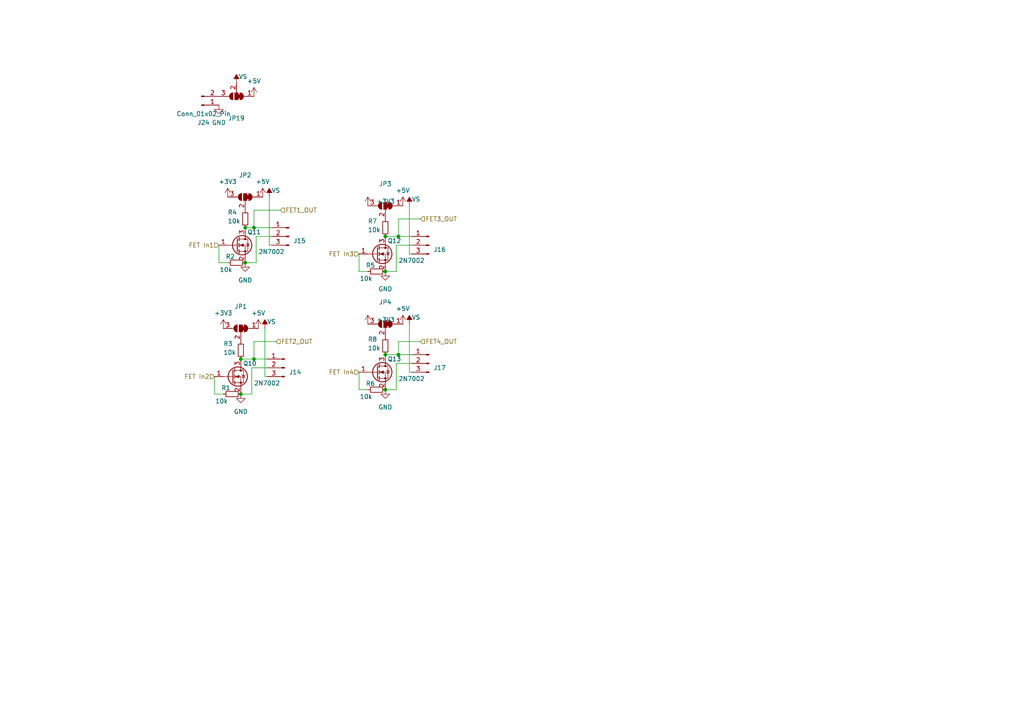
<source format=kicad_sch>
(kicad_sch (version 20231120) (generator "eeschema") (generator_version "8.0")
  (paper "A4")
  (lib_symbols
    (symbol "Connector:Conn_01x02_Pin" (pin_names (offset 1.016) hide)
      (property "Reference" "J" (at 0 2.54 0))
      (property "Value" "Conn_01x02_Pin" (at 0 -5.08 0))
      (symbol "Conn_01x02_Pin_1_1"
        (polyline (pts (xy 1.27 -2.54) (xy 0.8636 -2.54)) (stroke (width 0.1524)))
        (polyline (pts (xy 1.27 0) (xy 0.8636 0)) (stroke (width 0.1524)))
        (rectangle (start 0.8636 -2.413) (end 0 -2.667) (stroke (width 0.1524)) (fill (type outline)))
        (rectangle (start 0.8636 0.127) (end 0 -0.127) (stroke (width 0.1524)) (fill (type outline)))
        (pin passive line (at 5.08 0 180) (length 3.81) (name "Pin_1") (number "1"))
        (pin passive line (at 5.08 -2.54 180) (length 3.81) (name "Pin_2") (number "2"))
      )
    )
    (symbol "Connector:Conn_01x03_Pin" (pin_names (offset 1.016) hide)
      (property "Reference" "J" (at 0 5.08 0))
      (property "Value" "Conn_01x03_Pin" (at 0 -5.08 0))
      (symbol "Conn_01x03_Pin_1_1"
        (polyline (pts (xy 1.27 -2.54) (xy 0.8636 -2.54)) (stroke (width 0.1524)))
        (polyline (pts (xy 1.27 0) (xy 0.8636 0)) (stroke (width 0.1524)))
        (polyline (pts (xy 1.27 2.54) (xy 0.8636 2.54)) (stroke (width 0.1524)))
        (rectangle (start 0.8636 -2.413) (end 0 -2.667) (stroke (width 0.1524)) (fill (type outline)))
        (rectangle (start 0.8636 0.127) (end 0 -0.127) (stroke (width 0.1524)) (fill (type outline)))
        (rectangle (start 0.8636 2.667) (end 0 2.413) (stroke (width 0.1524)) (fill (type outline)))
        (pin passive line (at 5.08 2.54 180) (length 3.81) (name "Pin_1") (number "1"))
        (pin passive line (at 5.08 0 180) (length 3.81) (name "Pin_2") (number "2"))
        (pin passive line (at 5.08 -2.54 180) (length 3.81) (name "Pin_3") (number "3"))
      )
    )
    (symbol "Device:R_Small" (pin_numbers hide) (pin_names (offset 0.254) hide)
      (property "Reference" "R" (at 0.762 0.508 0))
      (property "Value" "R_Small" (at 0.762 -1.016 0))
      (symbol "R_Small_0_1"
        (rectangle (start -0.762 1.778) (end 0.762 -1.778) (stroke (width 0.2032)))
      )
      (symbol "R_Small_1_1"
        (pin passive line (at 0 2.54 270) (length 0.762) (name "~") (number "1"))
        (pin passive line (at 0 -2.54 90) (length 0.762) (name "~") (number "2"))
      )
    )
    (symbol "Jumper:SolderJumper_3_Bridged12" (pin_names (offset 0) hide)
      (property "Reference" "JP" (at -2.54 -2.54 0))
      (property "Value" "SolderJumper_3_Bridged12" (at 0 2.794 0))
      (symbol "SolderJumper_3_Bridged12_0_1"
        (rectangle (start -1.016 0.508) (end -0.508 -0.508) (fill (type outline)))
        (arc (start -1.016 1.016) (mid -2.0276 0) (end -1.016 -1.016))
        (arc (start -1.016 1.016) (mid -2.0276 0) (end -1.016 -1.016) (fill (type outline)))
        (rectangle (start -0.508 1.016) (end 0.508 -1.016) (fill (type outline)))
        (polyline (pts (xy -2.54 0) (xy -2.032 0)))
        (polyline (pts (xy -1.016 1.016) (xy -1.016 -1.016)))
        (polyline (pts (xy 0 -1.27) (xy 0 -1.016)))
        (polyline (pts (xy 1.016 1.016) (xy 1.016 -1.016)))
        (polyline (pts (xy 2.54 0) (xy 2.032 0)))
        (arc (start 1.016 -1.016) (mid 2.0276 0) (end 1.016 1.016))
        (arc (start 1.016 -1.016) (mid 2.0276 0) (end 1.016 1.016) (fill (type outline)))
      )
      (symbol "SolderJumper_3_Bridged12_1_1"
        (pin passive line (at -5.08 0 0) (length 2.54) (name "A") (number "1"))
        (pin passive line (at 0 -3.81 90) (length 2.54) (name "C") (number "2"))
        (pin passive line (at 5.08 0 180) (length 2.54) (name "B") (number "3"))
      )
    )
    (symbol "Transistor_FET:2N7002" (pin_names hide)
      (property "Reference" "Q" (at 5.08 1.905 0))
      (property "Value" "2N7002" (at 5.08 0 0))
      (symbol "2N7002_0_1"
        (polyline (pts (xy 0.254 0) (xy -2.54 0)))
        (polyline (pts (xy 0.254 1.905) (xy 0.254 -1.905)) (stroke (width 0.254)))
        (polyline (pts (xy 0.762 -1.27) (xy 0.762 -2.286)) (stroke (width 0.254)))
        (polyline (pts (xy 0.762 0.508) (xy 0.762 -0.508)) (stroke (width 0.254)))
        (polyline (pts (xy 0.762 2.286) (xy 0.762 1.27)) (stroke (width 0.254)))
        (polyline (pts (xy 2.54 2.54) (xy 2.54 1.778)))
        (polyline (pts (xy 2.54 -2.54) (xy 2.54 0) (xy 0.762 0)))
        (polyline (pts (xy 0.762 -1.778) (xy 3.302 -1.778) (xy 3.302 1.778) (xy 0.762 1.778)))
        (polyline (pts (xy 1.016 0) (xy 2.032 0.381) (xy 2.032 -0.381) (xy 1.016 0)) (fill (type outline)))
        (polyline (pts (xy 2.794 0.508) (xy 2.921 0.381) (xy 3.683 0.381) (xy 3.81 0.254)))
        (polyline (pts (xy 3.302 0.381) (xy 2.921 -0.254) (xy 3.683 -0.254) (xy 3.302 0.381)))
        (circle (center 1.651 0) (radius 2.794) (stroke (width 0.254)))
        (circle (center 2.54 -1.778) (radius 0.254) (fill (type outline)))
        (circle (center 2.54 1.778) (radius 0.254) (fill (type outline)))
      )
      (symbol "2N7002_1_1"
        (pin input line (at -5.08 0 0) (length 2.54) (name "G") (number "1"))
        (pin passive line (at 2.54 -5.08 90) (length 2.54) (name "S") (number "2"))
        (pin passive line (at 2.54 5.08 270) (length 2.54) (name "D") (number "3"))
      )
    )
    (symbol "power:+3.3V" (power) (pin_names (offset 0))
      (property "Value" "+3.3V" (at 0 3.556 0))
      (symbol "+3.3V_0_1"
        (polyline (pts (xy -0.762 1.27) (xy 0 2.54)))
        (polyline (pts (xy 0 0) (xy 0 2.54)))
        (polyline (pts (xy 0 2.54) (xy 0.762 1.27)))
      )
      (symbol "+3.3V_1_1"
        (pin power_in line (at 0 0 90) (length 0) hide (name "+3.3V") (number "1"))
      )
    )
    (symbol "power:+5V" (power) (pin_numbers hide) (pin_names (offset 0) hide)
      (property "Value" "+5V" (at 0 3.556 0))
      (symbol "+5V_0_1"
        (polyline (pts (xy -0.762 1.27) (xy 0 2.54)))
        (polyline (pts (xy 0 0) (xy 0 2.54)))
        (polyline (pts (xy 0 2.54) (xy 0.762 1.27)))
      )
      (symbol "+5V_1_1"
        (pin power_in line (at 0 0 90) (length 0) (name "~") (number "1"))
      )
    )
    (symbol "power:GND" (power) (pin_numbers hide) (pin_names (offset 0) hide)
      (property "Value" "GND" (at 0 -3.81 0))
      (symbol "GND_0_1"
        (polyline (pts (xy 0 0) (xy 0 -1.27) (xy 1.27 -1.27) (xy 0 -2.54) (xy -1.27 -1.27) (xy 0 -1.27)))
      )
      (symbol "GND_1_1"
        (pin power_in line (at 0 0 270) (length 0) (name "~") (number "1"))
      )
    )
    (symbol "power:VS" (power) (pin_names (offset 0))
      (property "Value" "VS" (at 0 3.81 0))
      (symbol "VS_0_1"
        (polyline (pts (xy 0 0) (xy 0 2.54)))
        (polyline (pts (xy 0.762 1.27) (xy -0.762 1.27) (xy 0 2.54) (xy 0.762 1.27)) (fill (type outline)))
      )
      (symbol "VS_1_1"
        (pin power_in line (at 0 0 90) (length 0) hide (name "VS") (number "1"))
      )
    )
  )
  (junction (at 69.85 104.14))
  (junction (at 115.57 68.58))
  (junction (at 71.12 76.2))
  (junction (at 111.76 78.74))
  (junction (at 111.76 102.87))
  (junction (at 73.66 66.04))
  (junction (at 71.12 66.04))
  (junction (at 111.76 68.58))
  (junction (at 69.85 114.3))
  (junction (at 73.66 104.14))
  (junction (at 115.57 102.87))
  (junction (at 111.76 113.03))
  (wire (pts (xy 73.025 106.68) (xy 73.025 114.3)))
  (wire (pts (xy 71.12 66.04) (xy 73.66 66.04)))
  (wire (pts (xy 114.935 105.41) (xy 114.935 113.03)))
  (wire (pts (xy 63.5 76.2) (xy 66.04 76.2)))
  (wire (pts (xy 121.92 63.5) (xy 115.57 63.5)))
  (wire (pts (xy 115.57 63.5) (xy 115.57 68.58)))
  (wire (pts (xy 73.66 99.06) (xy 73.66 104.14)))
  (wire (pts (xy 119.38 105.41) (xy 114.935 105.41)))
  (wire (pts (xy 118.745 93.98) (xy 118.745 107.95)))
  (wire (pts (xy 62.23 109.22) (xy 62.23 114.3)))
  (wire (pts (xy 80.01 99.06) (xy 73.66 99.06)))
  (wire (pts (xy 119.38 107.95) (xy 118.745 107.95)))
  (wire (pts (xy 104.14 107.95) (xy 104.14 113.03)))
  (wire (pts (xy 78.74 71.12) (xy 78.105 71.12)))
  (wire (pts (xy 78.74 68.58) (xy 74.295 68.58)))
  (wire (pts (xy 111.76 68.58) (xy 115.57 68.58)))
  (wire (pts (xy 104.14 113.03) (xy 106.68 113.03)))
  (wire (pts (xy 63.5 71.12) (xy 63.5 76.2)))
  (wire (pts (xy 73.66 60.96) (xy 73.66 66.04)))
  (wire (pts (xy 121.92 99.06) (xy 115.57 99.06)))
  (wire (pts (xy 76.835 95.25) (xy 76.835 109.22)))
  (wire (pts (xy 104.14 78.74) (xy 106.68 78.74)))
  (wire (pts (xy 81.28 60.96) (xy 73.66 60.96)))
  (wire (pts (xy 77.47 106.68) (xy 73.025 106.68)))
  (wire (pts (xy 114.935 78.74) (xy 111.76 78.74)))
  (wire (pts (xy 78.105 57.15) (xy 78.105 71.12)))
  (wire (pts (xy 114.935 71.12) (xy 114.935 78.74)))
  (wire (pts (xy 115.57 68.58) (xy 119.38 68.58)))
  (wire (pts (xy 73.025 114.3) (xy 69.85 114.3)))
  (wire (pts (xy 62.23 114.3) (xy 64.77 114.3)))
  (wire (pts (xy 74.295 76.2) (xy 71.12 76.2)))
  (wire (pts (xy 73.66 104.14) (xy 77.47 104.14)))
  (wire (pts (xy 104.14 73.66) (xy 104.14 78.74)))
  (wire (pts (xy 77.47 109.22) (xy 76.835 109.22)))
  (wire (pts (xy 111.76 102.87) (xy 115.57 102.87)))
  (wire (pts (xy 69.85 104.14) (xy 73.66 104.14)))
  (wire (pts (xy 114.935 113.03) (xy 111.76 113.03)))
  (wire (pts (xy 119.38 71.12) (xy 114.935 71.12)))
  (wire (pts (xy 73.66 66.04) (xy 78.74 66.04)))
  (wire (pts (xy 115.57 102.87) (xy 119.38 102.87)))
  (wire (pts (xy 119.38 73.66) (xy 118.745 73.66)))
  (wire (pts (xy 74.295 68.58) (xy 74.295 76.2)))
  (wire (pts (xy 118.745 59.69) (xy 118.745 73.66)))
  (wire (pts (xy 115.57 99.06) (xy 115.57 102.87)))
  (hierarchical_label "FET In1" (shape input) (at 63.5 71.12 180))
  (hierarchical_label "FET4_OUT" (shape input) (at 121.92 99.06 0))
  (hierarchical_label "FET3_OUT" (shape input) (at 121.92 63.5 0))
  (hierarchical_label "FET1_OUT" (shape input) (at 81.28 60.96 0))
  (hierarchical_label "FET In2" (shape input) (at 62.23 109.22 180))
  (hierarchical_label "FET2_OUT" (shape input) (at 80.01 99.06 0))
  (hierarchical_label "FET In3" (shape input) (at 104.14 73.66 180))
  (hierarchical_label "FET In4" (shape input) (at 104.14 107.95 180))
  (symbol (lib_id "Device:R_Small") (at 109.22 113.03 90) (unit 1)
    (property "Reference" "R6" (at 107.442 111.252 90))
    (property "Value" "10k" (at 106.172 115.062 90))
    (property "Footprint" "Resistor_SMD:R_0402_1005Metric" (effects (hide yes)))
    (property "Description" "Resistor, small symbol" (effects (hide yes)))
  )
  (symbol (lib_id "power:+5V") (at 74.93 95.25 0) (unit 1)
    (property "Reference" "#PWR90" (effects (hide yes)))
    (property "Value" "+5V" (at 74.93 90.805 0))
  )
  (symbol (lib_id "power:VS") (at 76.835 95.25 0) (unit 1)
    (property "Reference" "#PWR92" (effects (hide yes)))
    (property "Value" "VS" (at 78.74 93.345 0))
  )
  (symbol (lib_id "Device:R_Small") (at 67.31 114.3 90) (unit 1)
    (property "Reference" "R1" (at 65.532 112.522 90))
    (property "Value" "10k" (at 64.262 116.332 90))
    (property "Footprint" "Resistor_SMD:R_0402_1005Metric" (effects (hide yes)))
    (property "Description" "Resistor, small symbol" (effects (hide yes)))
  )
  (symbol (lib_id "Transistor_FET:2N7002") (at 68.58 71.12 0) (unit 1)
    (property "Reference" "Q11" (at 71.755 67.31 0) (effects (justify left)))
    (property "Value" "2N7002" (at 74.93 73.025 0) (effects (justify left)))
    (property "Footprint" "Package_TO_SOT_SMD:SOT-23" (effects (hide yes)))
    (property "Datasheet" "https://www.onsemi.com/pub/Collateral/NDS7002A-D.PDF" (effects (hide yes)))
  )
  (symbol (lib_id "Connector:Conn_01x03_Pin") (at 124.46 71.12 0) (mirror y) (unit 1)
    (property "Reference" "J16" (at 125.73 72.39 0) (effects (justify right)))
    (property "Value" "Conn_01x03_Pin" (effects (hide yes)))
    (property "Footprint" "Connector_Molex:Molex_KK-254_AE-6410-03A_1x03_P2.54mm_Vertical" (effects (hide yes)))
  )
  (symbol (lib_id "Connector:Conn_01x03_Pin") (at 83.82 68.58 0) (mirror y) (unit 1)
    (property "Reference" "J15" (at 85.09 69.85 0) (effects (justify right)))
    (property "Value" "Conn_01x03_Pin" (effects (hide yes)))
    (property "Footprint" "Connector_Molex:Molex_KK-254_AE-6410-03A_1x03_P2.54mm_Vertical" (effects (hide yes)))
  )
  (symbol (lib_id "Transistor_FET:2N7002") (at 109.22 73.66 0) (unit 1)
    (property "Reference" "Q12" (at 112.395 69.85 0) (effects (justify left)))
    (property "Value" "2N7002" (at 115.57 75.565 0) (effects (justify left)))
    (property "Footprint" "Package_TO_SOT_SMD:SOT-23" (effects (hide yes)))
    (property "Datasheet" "https://www.onsemi.com/pub/Collateral/NDS7002A-D.PDF" (effects (hide yes)))
  )
  (symbol (lib_id "power:+5V") (at 116.84 93.98 0) (unit 1)
    (property "Reference" "#PWR99" (effects (hide yes)))
    (property "Value" "+5V" (at 116.84 89.535 0))
  )
  (symbol (lib_id "power:+3.3V") (at 106.68 59.69 0) (unit 1)
    (property "Reference" "#PWR94" (effects (hide yes)))
    (property "Value" "+3V3" (at 109.22 58.4199 0) (effects (justify left)))
  )
  (symbol (lib_id "power:GND") (at 63.5 30.48 0) (unit 1)
    (property "Reference" "#PWR115" (effects (hide yes)))
    (property "Value" "GND" (at 63.5 35.56 0))
  )
  (symbol (lib_id "power:+3.3V") (at 64.77 95.25 0) (unit 1)
    (property "Reference" "#PWR86" (effects (hide yes)))
    (property "Value" "+3V3" (at 64.77 90.805 0))
  )
  (symbol (lib_id "power:GND") (at 111.76 78.74 0) (unit 1)
    (property "Reference" "#PWR96" (effects (hide yes)))
    (property "Value" "GND" (at 111.76 83.82 0))
  )
  (symbol (lib_id "Transistor_FET:2N7002") (at 109.22 107.95 0) (unit 1)
    (property "Reference" "Q13" (at 112.395 104.14 0) (effects (justify left)))
    (property "Value" "2N7002" (at 115.57 109.855 0) (effects (justify left)))
    (property "Footprint" "Package_TO_SOT_SMD:SOT-23" (effects (hide yes)))
    (property "Datasheet" "https://www.onsemi.com/pub/Collateral/NDS7002A-D.PDF" (effects (hide yes)))
  )
  (symbol (lib_id "Connector:Conn_01x03_Pin") (at 82.55 106.68 0) (mirror y) (unit 1)
    (property "Reference" "J14" (at 83.82 107.95 0) (effects (justify right)))
    (property "Value" "Conn_01x03_Pin" (effects (hide yes)))
    (property "Footprint" "Connector_Molex:Molex_KK-254_AE-6410-03A_1x03_P2.54mm_Vertical" (effects (hide yes)))
  )
  (symbol (lib_id "power:VS") (at 78.105 57.15 0) (unit 1)
    (property "Reference" "#PWR93" (effects (hide yes)))
    (property "Value" "VS" (at 80.01 55.245 0))
  )
  (symbol (lib_id "power:+3.3V") (at 66.04 57.15 0) (unit 1)
    (property "Reference" "#PWR87" (effects (hide yes)))
    (property "Value" "+3V3" (at 66.04 52.705 0))
  )
  (symbol (lib_id "Connector:Conn_01x03_Pin") (at 124.46 105.41 0) (mirror y) (unit 1)
    (property "Reference" "J17" (at 125.73 106.68 0) (effects (justify right)))
    (property "Value" "Conn_01x03_Pin" (effects (hide yes)))
    (property "Footprint" "Connector_Molex:Molex_KK-254_AE-6410-03A_1x03_P2.54mm_Vertical" (effects (hide yes)))
  )
  (symbol (lib_id "Device:R_Small") (at 111.76 100.33 0) (unit 1)
    (property "Reference" "R8" (at 106.68 98.425 0) (effects (justify left)))
    (property "Value" "10k" (at 106.68 100.965 0) (effects (justify left)))
    (property "Footprint" "Resistor_SMD:R_0402_1005Metric" (effects (hide yes)))
  )
  (symbol (lib_id "power:+5V") (at 116.84 59.69 0) (unit 1)
    (property "Reference" "#PWR98" (effects (hide yes)))
    (property "Value" "+5V" (at 116.84 55.245 0))
  )
  (symbol (lib_id "Jumper:SolderJumper_3_Bridged12") (at 111.76 93.98 0) (mirror y) (unit 1)
    (property "Reference" "JP4" (at 111.76 87.63 0))
    (property "Value" "SolderJumper_3_Bridged12" (effects (hide yes)))
    (property "Footprint" "Jumper:SolderJumper-3_P1.3mm_Bridged12_RoundedPad1.0x1.5mm" (effects (hide yes)))
  )
  (symbol (lib_id "Jumper:SolderJumper_3_Bridged12") (at 71.12 57.15 0) (mirror y) (unit 1)
    (property "Reference" "JP2" (at 71.12 50.8 0))
    (property "Value" "SolderJumper_3_Bridged12" (effects (hide yes)))
    (property "Footprint" "Jumper:SolderJumper-3_P1.3mm_Bridged12_RoundedPad1.0x1.5mm" (effects (hide yes)))
  )
  (symbol (lib_id "Jumper:SolderJumper_3_Bridged12") (at 69.85 95.25 0) (mirror y) (unit 1)
    (property "Reference" "JP1" (at 69.85 88.9 0))
    (property "Value" "SolderJumper_3_Bridged12" (effects (hide yes)))
    (property "Footprint" "Jumper:SolderJumper-3_P1.3mm_Bridged12_RoundedPad1.0x1.5mm" (effects (hide yes)))
  )
  (symbol (lib_id "Device:R_Small") (at 109.22 78.74 90) (unit 1)
    (property "Reference" "R5" (at 107.442 76.962 90))
    (property "Value" "10k" (at 106.172 80.772 90))
    (property "Footprint" "Resistor_SMD:R_0402_1005Metric" (effects (hide yes)))
    (property "Description" "Resistor, small symbol" (effects (hide yes)))
  )
  (symbol (lib_id "Jumper:SolderJumper_3_Bridged12") (at 111.76 59.69 0) (mirror y) (unit 1)
    (property "Reference" "JP3" (at 111.76 53.34 0))
    (property "Value" "SolderJumper_3_Bridged12" (effects (hide yes)))
    (property "Footprint" "Jumper:SolderJumper-3_P1.3mm_Bridged12_RoundedPad1.0x1.5mm" (effects (hide yes)))
  )
  (symbol (lib_id "Device:R_Small") (at 111.76 66.04 0) (unit 1)
    (property "Reference" "R7" (at 106.68 64.135 0) (effects (justify left)))
    (property "Value" "10k" (at 106.68 66.675 0) (effects (justify left)))
    (property "Footprint" "Resistor_SMD:R_0402_1005Metric" (effects (hide yes)))
  )
  (symbol (lib_id "Device:R_Small") (at 68.58 76.2 90) (unit 1)
    (property "Reference" "R2" (at 66.802 74.422 90))
    (property "Value" "10k" (at 65.532 78.232 90))
    (property "Footprint" "Resistor_SMD:R_0402_1005Metric" (effects (hide yes)))
    (property "Description" "Resistor, small symbol" (effects (hide yes)))
  )
  (symbol (lib_id "power:+5V") (at 73.66 27.94 0) (unit 1)
    (property "Reference" "#PWR116" (effects (hide yes)))
    (property "Value" "+5V" (at 73.66 23.495 0))
  )
  (symbol (lib_id "power:VS") (at 118.745 93.98 0) (unit 1)
    (property "Reference" "#PWR101" (effects (hide yes)))
    (property "Value" "VS" (at 120.65 92.075 0))
  )
  (symbol (lib_id "power:VS") (at 118.745 59.69 0) (unit 1)
    (property "Reference" "#PWR100" (effects (hide yes)))
    (property "Value" "VS" (at 120.65 57.785 0))
  )
  (symbol (lib_id "power:+3.3V") (at 106.68 93.98 0) (unit 1)
    (property "Reference" "#PWR95" (effects (hide yes)))
    (property "Value" "+3V3" (at 109.22 92.7099 0) (effects (justify left)))
  )
  (symbol (lib_id "power:GND") (at 111.76 113.03 0) (unit 1)
    (property "Reference" "#PWR97" (effects (hide yes)))
    (property "Value" "GND" (at 111.76 118.11 0))
  )
  (symbol (lib_id "power:GND") (at 69.85 114.3 0) (unit 1)
    (property "Reference" "#PWR88" (effects (hide yes)))
    (property "Value" "GND" (at 69.85 119.38 0))
  )
  (symbol (lib_id "power:+5V") (at 76.2 57.15 0) (unit 1)
    (property "Reference" "#PWR91" (effects (hide yes)))
    (property "Value" "+5V" (at 76.2 52.705 0))
  )
  (symbol (lib_id "Device:R_Small") (at 71.12 63.5 0) (unit 1)
    (property "Reference" "R4" (at 66.04 61.595 0) (effects (justify left)))
    (property "Value" "10k" (at 66.04 64.135 0) (effects (justify left)))
    (property "Footprint" "Resistor_SMD:R_0402_1005Metric" (effects (hide yes)))
  )
  (symbol (lib_id "Device:R_Small") (at 69.85 101.6 0) (unit 1)
    (property "Reference" "R3" (at 64.77 99.695 0) (effects (justify left)))
    (property "Value" "10k" (at 64.77 102.235 0) (effects (justify left)))
    (property "Footprint" "Resistor_SMD:R_0402_1005Metric" (effects (hide yes)))
  )
  (symbol (lib_id "Jumper:SolderJumper_3_Bridged12") (at 68.58 27.94 180) (unit 1)
    (property "Reference" "JP19" (at 68.58 34.29 0))
    (property "Value" "SolderJumper_3_Bridged12" (effects (hide yes)))
    (property "Footprint" "Jumper:SolderJumper-3_P1.3mm_Bridged12_RoundedPad1.0x1.5mm" (effects (hide yes)))
  )
  (symbol (lib_id "power:GND") (at 71.12 76.2 0) (unit 1)
    (property "Reference" "#PWR89" (effects (hide yes)))
    (property "Value" "GND" (at 71.12 81.28 0))
  )
  (symbol (lib_id "Connector:Conn_01x02_Pin") (at 58.42 30.48 0) (mirror x) (unit 1)
    (property "Reference" "J24" (at 59.055 35.56 0))
    (property "Value" "Conn_01x02_Pin" (at 59.055 33.02 0))
    (property "Footprint" "Connector_Molex:Molex_KK-254_AE-6410-02A_1x02_P2.54mm_Vertical" (effects (hide yes)))
    (property "Description" "Generic connector, single row, 01x02, script generated" (effects (hide yes)))
  )
  (symbol (lib_id "Transistor_FET:2N7002") (at 67.31 109.22 0) (unit 1)
    (property "Reference" "Q10" (at 70.485 105.41 0) (effects (justify left)))
    (property "Value" "2N7002" (at 73.66 111.125 0) (effects (justify left)))
    (property "Footprint" "Package_TO_SOT_SMD:SOT-23" (effects (hide yes)))
    (property "Datasheet" "https://www.onsemi.com/pub/Collateral/NDS7002A-D.PDF" (effects (hide yes)))
  )
  (symbol (lib_id "power:VS") (at 68.58 24.13 0) (unit 1)
    (property "Reference" "#PWR114" (effects (hide yes)))
    (property "Value" "VS" (at 70.485 22.225 0))
  )
)
</source>
